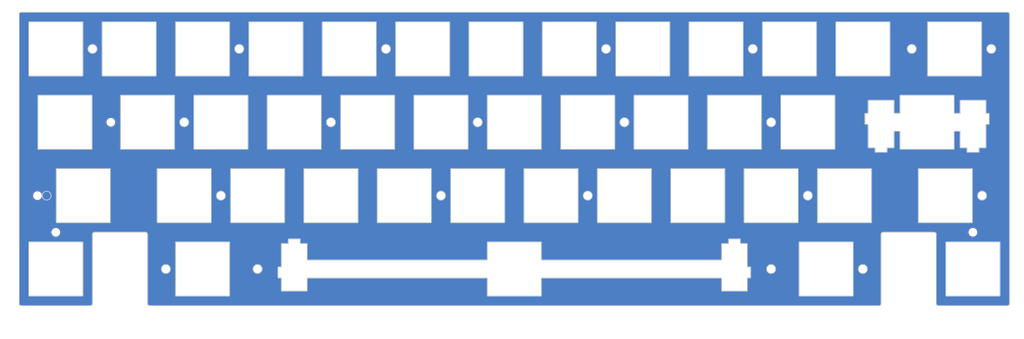
<source format=kicad_pcb>
(kicad_pcb (version 20240108) (generator "pcbnew") (generator_version "8.0")
  (layers (0 "F.Cu" signal) (31 "B.Cu" signal) (34 "B.Paste" user) (35 "F.Paste" user) (36 "B.SilkS" user "B.Silkscreen") (37 "F.SilkS" user "F.Silkscreen") (38 "B.Mask" user) (39 "F.Mask" user) (44 "Edge.Cuts" user))
  (net 0 "")
  (net 1 "GND")
  (gr_line (start 260.206075 50.8821) (end 260.206075 46.1816) (stroke (width 0.2)) (layer "Edge.Cuts"))
  (gr_line (start 246.205075 60.1809) (end 260.206075 60.1809) (stroke (width 0.2)) (layer "Edge.Cuts"))
  (gr_circle (center 55.5625 91.28125) (end 56.7125 91.28125) (stroke (width 0.2)) (fill none) (layer "Edge.Cuts"))
  (gr_line (start 243.537075 41.1309) (end 229.538075 41.1309) (stroke (width 0.2)) (layer "Edge.Cuts"))
  (gr_line (start 33.987275 27.1316) (end 33.987275 41.1309) (stroke (width 0.2)) (layer "Edge.Cuts"))
  (gr_line (start 181.625075 79.2311) (end 167.625075 79.2311) (stroke (width 0.2)) (layer "Edge.Cuts"))
  (gr_line (start 237.106075 50.8821) (end 237.106075 53.681) (stroke (width 0.2)) (layer "Edge.Cuts"))
  (gr_line (start 264.968075 65.2317) (end 264.968075 79.2311) (stroke (width 0.2)) (layer "Edge.Cuts"))
  (gr_line (start 239.743575 59.7849) (end 237.940175 59.7849) (stroke (width 0.2)) (layer "Edge.Cuts"))
  (gr_arc (start 50.3 81.75625) (mid 50.653553 81.902697) (end 50.8 82.25625) (stroke (width 0.2)) (layer "Edge.Cuts"))
  (gr_line (start 199.872675 88.98106) (end 153.049925 88.98053) (stroke (width 0.2)) (layer "Edge.Cuts"))
  (gr_line (start 219.725075 65.2317) (end 219.725075 79.2311) (stroke (width 0.2)) (layer "Edge.Cuts"))
  (gr_line (start 229.250075 60.1809) (end 215.250075 60.1809) (stroke (width 0.2)) (layer "Edge.Cuts"))
  (gr_line (start 258.113075 98.28106) (end 258.113075 84.2816) (stroke (width 0.2)) (layer "Edge.Cuts"))
  (gr_circle (center 169.8625 34.13125) (end 171.0125 34.13125) (stroke (width 0.2)) (fill none) (layer "Edge.Cuts"))
  (gr_line (start 43.800275 60.1809) (end 43.800275 46.1816) (stroke (width 0.2)) (layer "Edge.Cuts"))
  (gr_line (start 181.625075 65.2317) (end 181.625075 79.2311) (stroke (width 0.2)) (layer "Edge.Cuts"))
  (gr_arc (start 241.3 100.30625) (mid 241.153553 100.659803) (end 240.8 100.80625) (stroke (width 0.2)) (layer "Edge.Cuts"))
  (gr_line (start 33.987275 98.28106) (end 19.987725 98.28106) (stroke (width 0.2)) (layer "Edge.Cuts"))
  (gr_arc (start 241.3 82.25625) (mid 241.446447 81.902697) (end 241.8 81.75625) (stroke (width 0.2)) (layer "Edge.Cuts"))
  (gr_line (start 268.470975 59.7849) (end 268.470975 53.6889) (stroke (width 0.2)) (layer "Edge.Cuts"))
  (gr_line (start 72.087075 84.2816) (end 72.087075 98.28106) (stroke (width 0.2)) (layer "Edge.Cuts"))
  (gr_line (start 153.050075 46.1816) (end 153.050075 60.1809) (stroke (width 0.2)) (layer "Edge.Cuts"))
  (gr_line (start 17.4625 100.30625) (end 17.4625 25.10625) (stroke (width 0.2)) (layer "Edge.Cuts"))
  (gr_line (start 244.594975 59.7849) (end 242.791575 59.7849) (stroke (width 0.2)) (layer "Edge.Cuts"))
  (gr_line (start 200.675075 65.2317) (end 200.675075 79.2311) (stroke (width 0.2)) (layer "Edge.Cuts"))
  (gr_line (start 210.200075 46.1816) (end 210.200075 60.1809) (stroke (width 0.2)) (layer "Edge.Cuts"))
  (gr_line (start 19.987725 41.1309) (end 19.987725 27.1316) (stroke (width 0.2)) (layer "Edge.Cuts"))
  (gr_line (start 220.013075 84.2816) (end 234.012075 84.2816) (stroke (width 0.2)) (layer "Edge.Cuts"))
  (gr_line (start 110.187075 27.1316) (end 110.187075 41.1309) (stroke (width 0.2)) (layer "Edge.Cuts"))
  (gr_circle (center 249.2375 34.13125) (end 250.3875 34.13125) (stroke (width 0.2)) (fill none) (layer "Edge.Cuts"))
  (gr_line (start 41.130975 79.2311) (end 27.130105 79.2311) (stroke (width 0.2)) (layer "Edge.Cuts"))
  (gr_line (start 158.100075 60.1809) (end 158.100075 46.1816) (stroke (width 0.2)) (layer "Edge.Cuts"))
  (gr_line (start 186.387075 41.1309) (end 172.388075 41.1309) (stroke (width 0.2)) (layer "Edge.Cuts"))
  (gr_line (start 191.150075 46.1816) (end 191.150075 60.1809) (stroke (width 0.2)) (layer "Edge.Cuts"))
  (gr_line (start 229.538075 27.1316) (end 243.537075 27.1316) (stroke (width 0.2)) (layer "Edge.Cuts"))
  (gr_line (start 50.3 81.75625) (end 37.0125 81.75625) (stroke (width 0.2)) (layer "Edge.Cuts"))
  (gr_line (start 206.527475 84.67706) (end 206.527475 90.77306) (stroke (width 0.2)) (layer "Edge.Cuts"))
  (gr_line (start 242.791575 60.9533) (end 239.743575 60.9533) (stroke (width 0.2)) (layer "Edge.Cuts"))
  (gr_line (start 241.3 82.25625) (end 241.3 100.30625) (stroke (width 0.2)) (layer "Edge.Cuts"))
  (gr_line (start 234.012075 98.28106) (end 220.013075 98.28106) (stroke (width 0.2)) (layer "Edge.Cuts"))
  (gr_line (start 57.799575 46.1816) (end 57.799575 60.1809) (stroke (width 0.2)) (layer "Edge.Cuts"))
  (gr_line (start 200.675075 79.2311) (end 186.675075 79.2311) (stroke (width 0.2)) (layer "Edge.Cuts"))
  (gr_line (start 92.227475 88.98106) (end 92.227475 84.67706) (stroke (width 0.2)) (layer "Edge.Cuts"))
  (gr_line (start 62.850275 46.1816) (end 76.849575 46.1816) (stroke (width 0.2)) (layer "Edge.Cuts"))
  (gr_line (start 105.424575 65.2317) (end 105.424575 79.2311) (stroke (width 0.2)) (layer "Edge.Cuts"))
  (gr_line (start 139.050075 46.1816) (end 153.050075 46.1816) (stroke (width 0.2)) (layer "Edge.Cuts"))
  (gr_line (start 53.325275 79.2311) (end 53.325275 65.2317) (stroke (width 0.2)) (layer "Edge.Cuts"))
  (gr_line (start 201.676075 83.50866) (end 204.724075 83.50866) (stroke (width 0.2)) (layer "Edge.Cuts"))
  (gr_line (start 153.049925 84.28144) (end 139.049925 84.28144) (stroke (width 0.2)) (layer "Edge.Cuts"))
  (gr_line (start 148.575075 79.2311) (end 148.575075 65.2317) (stroke (width 0.2)) (layer "Edge.Cuts"))
  (gr_line (start 204.724075 83.50866) (end 204.724075 84.67706) (stroke (width 0.2)) (layer "Edge.Cuts"))
  (gr_line (start 167.625075 65.2317) (end 181.625075 65.2317) (stroke (width 0.2)) (layer "Edge.Cuts"))
  (gr_line (start 261.816175 47.4913) (end 261.816175 50.8821) (stroke (width 0.2)) (layer "Edge.Cuts"))
  (gr_arc (start 17.9625 100.80625) (mid 17.608947 100.659803) (end 17.4625 100.30625) (stroke (width 0.2)) (layer "Edge.Cuts"))
  (gr_circle (center 60.325 53.18125) (end 61.475 53.18125) (stroke (width 0.2)) (fill none) (layer "Edge.Cuts"))
  (gr_line (start 266.667575 59.7849) (end 268.470975 59.7849) (stroke (width 0.2)) (layer "Edge.Cuts"))
  (gr_line (start 91.425275 79.2311) (end 91.425275 65.2317) (stroke (width 0.2)) (layer "Edge.Cuts"))
  (gr_line (start 172.100075 46.1816) (end 172.100075 60.1809) (stroke (width 0.2)) (layer "Edge.Cuts"))
  (gr_line (start 67.324575 65.2317) (end 67.324575 79.2311) (stroke (width 0.2)) (layer "Edge.Cuts"))
  (gr_line (start 224.775075 79.2311) (end 224.775075 65.2317) (stroke (width 0.2)) (layer "Edge.Cuts"))
  (gr_arc (start 274.6375 100.30625) (mid 274.491053 100.659803) (end 274.1375 100.80625) (stroke (width 0.2)) (layer "Edge.Cuts"))
  (gr_line (start 87.376075 83.50866) (end 87.376075 84.67706) (stroke (width 0.2)) (layer "Edge.Cuts"))
  (gr_line (start 261.816175 50.8821) (end 260.206075 50.8821) (stroke (width 0.2)) (layer "Edge.Cuts"))
  (gr_line (start 81.900275 46.1816) (end 95.899575 46.1816) (stroke (width 0.2)) (layer "Edge.Cuts"))
  (gr_line (start 139.050075 60.1809) (end 139.050075 46.1816) (stroke (width 0.2)) (layer "Edge.Cuts"))
  (gr_circle (center 207.9625 34.13125) (end 209.1125 34.13125) (stroke (width 0.2)) (fill none) (layer "Edge.Cuts"))
  (gr_line (start 266.667575 60.9533) (end 266.667575 59.7849) (stroke (width 0.2)) (layer "Edge.Cuts"))
  (gr_line (start 167.337075 41.1309) (end 153.338075 41.1309) (stroke (width 0.2)) (layer "Edge.Cuts"))
  (gr_line (start 172.388075 41.1309) (end 172.388075 27.1316) (stroke (width 0.2)) (layer "Edge.Cuts"))
  (gr_line (start 246.205075 46.1816) (end 246.205075 50.8821) (stroke (width 0.2)) (layer "Edge.Cuts"))
  (gr_line (start 205.437075 27.1316) (end 205.437075 41.1309) (stroke (width 0.2)) (layer "Edge.Cuts"))
  (gr_arc (start 274.1375 24.60625) (mid 274.491053 24.752697) (end 274.6375 25.10625) (stroke (width 0.2)) (layer "Edge.Cuts"))
  (gr_line (start 92.227475 96.97066) (end 92.227475 93.58106) (stroke (width 0.2)) (layer "Edge.Cuts"))
  (gr_line (start 85.572675 96.97066) (end 92.227475 96.97066) (stroke (width 0.2)) (layer "Edge.Cuts"))
  (gr_line (start 39.037775 27.1316) (end 53.037075 27.1316) (stroke (width 0.2)) (layer "Edge.Cuts"))
  (gr_line (start 186.675075 65.2317) (end 200.675075 65.2317) (stroke (width 0.2)) (layer "Edge.Cuts"))
  (gr_line (start 148.287075 27.1316) (end 148.287075 41.1309) (stroke (width 0.2)) (layer "Edge.Cuts"))
  (gr_line (start 91.137075 27.1316) (end 91.137075 41.1309) (stroke (width 0.2)) (layer "Edge.Cuts"))
  (gr_line (start 53.325275 65.2317) (end 67.324575 65.2317) (stroke (width 0.2)) (layer "Edge.Cuts"))
  (gr_line (start 105.424575 79.2311) (end 91.425275 79.2311) (stroke (width 0.2)) (layer "Edge.Cuts"))
  (gr_line (start 100.950275 60.1809) (end 100.950275 46.1816) (stroke (width 0.2)) (layer "Edge.Cuts"))
  (gr_line (start 268.470975 53.6889) (end 269.334575 53.6889) (stroke (width 0.2)) (layer "Edge.Cuts"))
  (gr_line (start 220.013075 98.28106) (end 220.013075 84.2816) (stroke (width 0.2)) (layer "Edge.Cuts"))
  (gr_line (start 219.725075 79.2311) (end 205.725075 79.2311) (stroke (width 0.2)) (layer "Edge.Cuts"))
  (gr_line (start 96.187775 27.1316) (end 110.187075 27.1316) (stroke (width 0.2)) (layer "Edge.Cuts"))
  (gr_line (start 36.368475 60.1809) (end 22.368985 60.1809) (stroke (width 0.2)) (layer "Edge.Cuts"))
  (gr_line (start 196.200075 60.1809) (end 196.200075 46.1816) (stroke (width 0.2)) (layer "Edge.Cuts"))
  (gr_circle (center 212.725 53.18125) (end 213.875 53.18125) (stroke (width 0.2)) (fill none) (layer "Edge.Cuts"))
  (gr_line (start 134.000075 60.1809) (end 120.000075 60.1809) (stroke (width 0.2)) (layer "Edge.Cuts"))
  (gr_circle (center 127 72.23125) (end 128.15 72.23125) (stroke (width 0.2)) (fill none) (layer "Edge.Cuts"))
  (gr_arc (start 255.0875 81.75625) (mid 255.441053 81.902697) (end 255.5875 82.25625) (stroke (width 0.2)) (layer "Edge.Cuts"))
  (gr_line (start 224.487075 27.1316) (end 224.487075 41.1309) (stroke (width 0.2)) (layer "Edge.Cuts"))
  (gr_line (start 129.237075 27.1316) (end 129.237075 41.1309) (stroke (width 0.2)) (layer "Edge.Cuts"))
  (gr_line (start 153.338075 27.1316) (end 167.337075 27.1316) (stroke (width 0.2)) (layer "Edge.Cuts"))
  (gr_circle (center 165.1 72.23125) (end 166.25 72.23125) (stroke (width 0.2)) (fill none) (layer "Edge.Cuts"))
  (gr_line (start 196.200075 46.1816) (end 210.200075 46.1816) (stroke (width 0.2)) (layer "Edge.Cuts"))
  (gr_line (start 134.000075 46.1816) (end 134.000075 60.1809) (stroke (width 0.2)) (layer "Edge.Cuts"))
  (gr_line (start 115.236375 27.1316) (end 129.237075 27.1316) (stroke (width 0.2)) (layer "Edge.Cuts"))
  (gr_line (start 267.350075 27.1316) (end 267.350075 41.1309) (stroke (width 0.2)) (layer "Edge.Cuts"))
  (gr_circle (center 79.375 91.28125) (end 80.525 91.28125) (stroke (width 0.2)) (fill none) (layer "Edge.Cuts"))
  (gr_line (start 58.087775 98.28106) (end 58.087775 84.2816) (stroke (width 0.2)) (layer "Edge.Cuts"))
  (gr_line (start 253.350075 41.1309) (end 253.350075 27.1316) (stroke (width 0.2)) (layer "Edge.Cuts"))
  (gr_line (start 207.391075 90.77306) (end 207.391075 93.56706) (stroke (width 0.2)) (layer "Edge.Cuts"))
  (gr_line (start 240.8 100.80625) (end 51.3 100.80625) (stroke (width 0.2)) (layer "Edge.Cuts"))
  (gr_line (start 274.1375 100.80625) (end 256.0875 100.80625) (stroke (width 0.2)) (layer "Edge.Cuts"))
  (gr_arc (start 51.3 100.80625) (mid 50.946447 100.659803) (end 50.8 100.30625) (stroke (width 0.2)) (layer "Edge.Cuts"))
  (gr_line (start 205.725075 79.2311) (end 205.725075 65.2317) (stroke (width 0.2)) (layer "Edge.Cuts"))
  (gr_line (start 255.0875 81.75625) (end 241.8 81.75625) (stroke (width 0.2)) (layer "Edge.Cuts"))
  (gr_line (start 76.849575 46.1816) (end 76.849575 60.1809) (stroke (width 0.2)) (layer "Edge.Cuts"))
  (gr_line (start 268.470975 47.4913) (end 261.816175 47.4913) (stroke (width 0.2)) (layer "Edge.Cuts"))
  (gr_line (start 120.000075 46.1816) (end 134.000075 46.1816) (stroke (width 0.2)) (layer "Edge.Cuts"))
  (gr_line (start 36.0125 100.80625) (end 17.9625 100.80625) (stroke (width 0.2)) (layer "Edge.Cuts"))
  (gr_line (start 215.250075 46.1816) (end 229.250075 46.1816) (stroke (width 0.2)) (layer "Edge.Cuts"))
  (gr_circle (center 222.25 72.23125) (end 223.4 72.23125) (stroke (width 0.2)) (fill none) (layer "Edge.Cuts"))
  (gr_line (start 33.987275 84.2816) (end 33.987275 98.28106) (stroke (width 0.2)) (layer "Edge.Cuts"))
  (gr_line (start 229.538075 41.1309) (end 229.538075 27.1316) (stroke (width 0.2)) (layer "Edge.Cuts"))
  (gr_line (start 167.337075 27.1316) (end 167.337075 41.1309) (stroke (width 0.2)) (layer "Edge.Cuts"))
  (gr_line (start 87.376075 84.67706) (end 85.572675 84.67706) (stroke (width 0.2)) (layer "Edge.Cuts"))
  (gr_line (start 139.049925 93.5804) (end 139.049925 98.2809) (stroke (width 0.2)) (layer "Edge.Cuts"))
  (gr_line (start 50.8 100.30625) (end 50.8 82.25625) (stroke (width 0.2)) (layer "Edge.Cuts"))
  (gr_line (start 148.575075 65.2317) (end 162.575075 65.2317) (stroke (width 0.2)) (layer "Edge.Cuts"))
  (gr_line (start 92.227475 84.67706) (end 90.424075 84.67706) (stroke (width 0.2)) (layer "Edge.Cuts"))
  (gr_line (start 77.137775 41.1309) (end 77.137775 27.1316) (stroke (width 0.2)) (layer "Edge.Cuts"))
  (gr_line (start 244.594975 47.4913) (end 244.594975 50.8821) (stroke (width 0.2)) (layer "Edge.Cuts"))
  (gr_line (start 206.527475 96.97066) (end 199.872675 96.97066) (stroke (width 0.2)) (layer "Edge.Cuts"))
  (gr_line (start 261.816175 55.4819) (end 261.816175 59.7849) (stroke (width 0.2)) (layer "Edge.Cuts"))
  (gr_line (start 96.187775 41.1309) (end 96.187775 27.1316) (stroke (width 0.2)) (layer "Edge.Cuts"))
  (gr_line (start 72.087075 98.28106) (end 58.087775 98.28106) (stroke (width 0.2)) (layer "Edge.Cuts"))
  (gr_line (start 162.575075 79.2311) (end 148.575075 79.2311) (stroke (width 0.2)) (layer "Edge.Cuts"))
  (gr_line (start 186.387075 27.1316) (end 186.387075 41.1309) (stroke (width 0.2)) (layer "Edge.Cuts"))
  (gr_line (start 250.969075 65.2317) (end 264.968075 65.2317) (stroke (width 0.2)) (layer "Edge.Cuts"))
  (gr_line (start 92.227475 93.58106) (end 139.049925 93.5804) (stroke (width 0.2)) (layer "Edge.Cuts"))
  (gr_line (start 124.475075 79.2311) (end 110.475275 79.2311) (stroke (width 0.2)) (layer "Edge.Cuts"))
  (gr_line (start 90.424075 84.67706) (end 90.424075 83.50866) (stroke (width 0.2)) (layer "Edge.Cuts"))
  (gr_line (start 85.572675 84.67706) (end 85.572675 90.77306) (stroke (width 0.2)) (layer "Edge.Cuts"))
  (gr_line (start 19.987725 98.28106) (end 19.987725 84.2816) (stroke (width 0.2)) (layer "Edge.Cuts"))
  (gr_line (start 272.112075 98.28106) (end 258.113075 98.28106) (stroke (width 0.2)) (layer "Edge.Cuts"))
  (gr_line (start 224.487075 41.1309) (end 210.488075 41.1309) (stroke (width 0.2)) (layer "Edge.Cuts"))
  (gr_line (start 258.113075 84.2816) (end 272.112075 84.2816) (stroke (width 0.2)) (layer "Edge.Cuts"))
  (gr_line (start 253.350075 27.1316) (end 267.350075 27.1316) (stroke (width 0.2)) (layer "Edge.Cuts"))
  (gr_line (start 242.791575 59.7849) (end 242.791575 60.9533) (stroke (width 0.2)) (layer "Edge.Cuts"))
  (gr_line (start 58.087775 84.2816) (end 72.087075 84.2816) (stroke (width 0.2)) (layer "Edge.Cuts"))
  (gr_circle (center 69.85 72.23125) (end 71 72.23125) (stroke (width 0.2)) (fill none) (layer "Edge.Cuts"))
  (gr_line (start 177.150075 60.1809) (end 177.150075 46.1816) (stroke (width 0.2)) (layer "Edge.Cuts"))
  (gr_line (start 110.475275 79.2311) (end 110.475275 65.2317) (stroke (width 0.2)) (layer "Edge.Cuts"))
  (gr_line (start 162.575075 65.2317) (end 162.575075 79.2311) (stroke (width 0.2)) (layer "Edge.Cuts"))
  (gr_line (start 167.625075 79.2311) (end 167.625075 65.2317) (stroke (width 0.2)) (layer "Edge.Cuts"))
  (gr_line (start 250.969075 79.2311) (end 250.969075 65.2317) (stroke (width 0.2)) (layer "Edge.Cuts"))
  (gr_line (start 129.237075 41.1309) (end 115.236375 41.1309) (stroke (width 0.2)) (layer "Edge.Cuts"))
  (gr_line (start 153.049925 88.98053) (end 153.049925 84.28144) (stroke (width 0.2)) (layer "Edge.Cuts"))
  (gr_line (start 53.037075 27.1316) (end 53.037075 41.1309) (stroke (width 0.2)) (layer "Edge.Cuts"))
  (gr_line (start 43.800275 46.1816) (end 57.799575 46.1816) (stroke (width 0.2)) (layer "Edge.Cuts"))
  (gr_line (start 90.424075 83.50866) (end 87.376075 83.50866) (stroke (width 0.2)) (layer "Edge.Cuts"))
  (gr_line (start 27.130105 79.2311) (end 27.130105 65.2317) (stroke (width 0.2)) (layer "Edge.Cuts"))
  (gr_line (start 206.527475 90.77306) (end 207.391075 90.77306) (stroke (width 0.2)) (layer "Edge.Cuts"))
  (gr_line (start 85.572675 93.56706) (end 85.572675 96.97066) (stroke (width 0.2)) (layer "Edge.Cuts"))
  (gr_line (start 255.5875 100.30625) (end 255.5875 82.25625) (stroke (width 0.2)) (layer "Edge.Cuts"))
  (gr_circle (center 24.60625 72.23125) (end 25.75625 72.23125) (stroke (width 0.2)) (fill none) (layer "Edge.Cuts"))
  (gr_circle (center 74.6125 34.13125) (end 75.7625 34.13125) (stroke (width 0.2)) (fill none) (layer "Edge.Cuts"))
  (gr_line (start 260.206075 60.1809) (end 260.206075 55.4819) (stroke (width 0.2)) (layer "Edge.Cuts"))
  (gr_line (start 72.087075 27.1316) (end 72.087075 41.1309) (stroke (width 0.2)) (layer "Edge.Cuts"))
  (gr_line (start 224.775075 65.2317) (end 238.775075 65.2317) (stroke (width 0.2)) (layer "Edge.Cuts"))
  (gr_line (start 205.437075 41.1309) (end 191.438075 41.1309) (stroke (width 0.2)) (layer "Edge.Cuts"))
  (gr_line (start 238.775075 65.2317) (end 238.775075 79.2311) (stroke (width 0.2)) (layer "Edge.Cuts"))
  (gr_line (start 158.100075 46.1816) (end 172.100075 46.1816) (stroke (width 0.2)) (layer "Edge.Cuts"))
  (gr_circle (center 98.425 53.18125) (end 99.575 53.18125) (stroke (width 0.2)) (fill none) (layer "Edge.Cuts"))
  (gr_line (start 237.940175 59.7849) (end 237.930075 53.681) (stroke (width 0.2)) (layer "Edge.Cuts"))
  (gr_arc (start 256.0875 100.80625) (mid 255.733947 100.659803) (end 255.5875 100.30625) (stroke (width 0.2)) (layer "Edge.Cuts"))
  (gr_line (start 36.5125 82.25625) (end 36.5125 100.30625) (stroke (width 0.2)) (layer "Edge.Cuts"))
  (gr_line (start 139.049925 88.98053) (end 92.227475 88.98106) (stroke (width 0.2)) (layer "Edge.Cuts"))
  (gr_line (start 153.050075 60.1809) (end 139.050075 60.1809) (stroke (width 0.2)) (layer "Edge.Cuts"))
  (gr_line (start 72.375275 65.2317) (end 86.374575 65.2317) (stroke (width 0.2)) (layer "Edge.Cuts"))
  (gr_circle (center 269.875 34.13125) (end 271.025 34.13125) (stroke (width 0.2)) (fill none) (layer "Edge.Cuts"))
  (gr_line (start 172.388075 27.1316) (end 186.387075 27.1316) (stroke (width 0.2)) (layer "Edge.Cuts"))
  (gr_line (start 58.087775 27.1316) (end 72.087075 27.1316) (stroke (width 0.2)) (layer "Edge.Cuts"))
  (gr_line (start 17.9625 24.60625) (end 274.1375 24.60625) (stroke (width 0.2)) (layer "Edge.Cuts"))
  (gr_line (start 272.112075 84.2816) (end 272.112075 98.28106) (stroke (width 0.2)) (layer "Edge.Cuts"))
  (gr_line (start 244.594975 55.4819) (end 246.205075 55.4819) (stroke (width 0.2)) (layer "Edge.Cuts"))
  (gr_circle (center 36.5125 34.13125) (end 37.6625 34.13125) (stroke (width 0.2)) (fill none) (layer "Edge.Cuts"))
  (gr_line (start 177.150075 46.1816) (end 191.150075 46.1816) (stroke (width 0.2)) (layer "Edge.Cuts"))
  (gr_line (start 84.709075 93.56706) (end 85.572675 93.56706) (stroke (width 0.2)) (layer "Edge.Cuts"))
  (gr_line (start 129.525075 65.2317) (end 143.525075 65.2317) (stroke (width 0.2)) (layer "Edge.Cuts"))
  (gr_line (start 72.087075 41.1309) (end 58.087775 41.1309) (stroke (width 0.2)) (layer "Edge.Cuts"))
  (gr_line (start 263.619575 59.7849) (end 263.619575 60.9533) (stroke (width 0.2)) (layer "Edge.Cuts"))
  (gr_circle (center 112.7125 34.13125) (end 113.8625 34.13125) (stroke (width 0.2)) (fill none) (layer "Edge.Cuts"))
  (gr_line (start 91.425275 65.2317) (end 105.424575 65.2317) (stroke (width 0.2)) (layer "Edge.Cuts"))
  (gr_line (start 238.775075 79.2311) (end 224.775075 79.2311) (stroke (width 0.2)) (layer "Edge.Cuts"))
  (gr_line (start 269.334575 53.6889) (end 269.334575 50.8949) (stroke (width 0.2)) (layer "Edge.Cuts"))
  (gr_line (start 260.206075 46.1816) (end 246.205075 46.1816) (stroke (width 0.2)) (layer "Edge.Cuts"))
  (gr_line (start 237.930075 50.8821) (end 237.106075 50.8821) (stroke (width 0.2)) (layer "Edge.Cuts"))
  (gr_line (start 269.334575 50.8949) (end 268.470975 50.8949) (stroke (width 0.2)) (layer "Edge.Cuts"))
  (gr_line (start 234.012075 84.2816) (end 234.012075 98.28106) (stroke (width 0.2)) (layer "Edge.Cuts"))
  (gr_line (start 22.368985 60.1809) (end 22.368985 46.1816) (stroke (width 0.2)) (layer "Edge.Cuts"))
  (gr_line (start 86.374575 79.2311) (end 72.375275 79.2311) (stroke (width 0.2)) (layer "Edge.Cuts"))
  (gr_line (start 237.106075 53.681) (end 237.930075 53.681) (stroke (width 0.2)) (layer "Edge.Cuts"))
  (gr_line (start 153.049925 93.5804) (end 199.872675 93.58106) (stroke (width 0.2)) (layer "Edge.Cuts"))
  (gr_line (start 139.049925 84.28144) (end 139.049925 88.98053) (stroke (width 0.2)) (layer "Edge.Cuts"))
  (gr_line (start 84.709075 90.77306) (end 84.709075 93.56706) (stroke (width 0.2)) (layer "Edge.Cuts"))
  (gr_line (start 199.872675 88.98106) (end 199.872675 84.67706) (stroke (width 0.2)) (layer "Edge.Cuts"))
  (gr_line (start 204.724075 84.67706) (end 206.527475 84.67706) (stroke (width 0.2)) (layer "Edge.Cuts"))
  (gr_line (start 237.940175 47.4913) (end 244.594975 47.4913) (stroke (width 0.2)) (layer "Edge.Cuts"))
  (gr_line (start 191.150075 60.1809) (end 177.150075 60.1809) (stroke (width 0.2)) (layer "Edge.Cuts"))
  (gr_line (start 260.206075 55.4819) (end 261.816175 55.4819) (stroke (width 0.2)) (layer "Edge.Cuts"))
  (gr_line (start 134.286075 41.1309) (end 134.286075 27.1316) (stroke (width 0.2)) (layer "Edge.Cuts"))
  (gr_circle (center 212.725 91.28125) (end 213.875 91.28125) (stroke (width 0.2)) (fill none) (layer "Edge.Cuts"))
  (gr_line (start 95.899575 46.1816) (end 95.899575 60.1809) (stroke (width 0.2)) (layer "Edge.Cuts"))
  (gr_line (start 95.899575 60.1809) (end 81.900275 60.1809) (stroke (width 0.2)) (layer "Edge.Cuts"))
  (gr_circle (center 174.625 53.18125) (end 175.775 53.18125) (stroke (width 0.2)) (fill none) (layer "Edge.Cuts"))
  (gr_line (start 199.872675 96.97066) (end 199.872675 93.58106) (stroke (width 0.2)) (layer "Edge.Cuts"))
  (gr_line (start 264.968075 79.2311) (end 250.969075 79.2311) (stroke (width 0.2)) (layer "Edge.Cuts"))
  (gr_arc (start 17.4625 25.10625) (mid 17.608947 24.752697) (end 17.9625 24.60625) (stroke (width 0.2)) (layer "Edge.Cuts"))
  (gr_line (start 139.049925 98.2809) (end 153.049925 98.2809) (stroke (width 0.2)) (layer "Edge.Cuts"))
  (gr_line (start 246.205075 55.4819) (end 246.205075 60.1809) (stroke (width 0.2)) (layer "Edge.Cuts"))
  (gr_line (start 91.137075 41.1309) (end 77.137775 41.1309) (stroke (width 0.2)) (layer "Edge.Cuts"))
  (gr_line (start 143.525075 79.2311) (end 129.525075 79.2311) (stroke (width 0.2)) (layer "Edge.Cuts"))
  (gr_circle (center 136.525 53.18125) (end 137.675 53.18125) (stroke (width 0.2)) (fill none) (layer "Edge.Cuts"))
  (gr_line (start 210.200075 60.1809) (end 196.200075 60.1809) (stroke (width 0.2)) (layer "Edge.Cuts"))
  (gr_line (start 207.391075 93.56706) (end 206.527475 93.56706) (stroke (width 0.2)) (layer "Edge.Cuts"))
  (gr_circle (center 236.5375 91.28125) (end 237.6875 91.28125) (stroke (width 0.2)) (fill none) (layer "Edge.Cuts"))
  (gr_line (start 39.037775 41.1309) (end 39.037775 27.1316) (stroke (width 0.2)) (layer "Edge.Cuts"))
  (gr_line (start 81.900275 60.1809) (end 81.900275 46.1816) (stroke (width 0.2)) (layer "Edge.Cuts"))
  (gr_line (start 120.000075 60.1809) (end 120.000075 46.1816) (stroke (width 0.2)) (layer "Edge.Cuts"))
  (gr_line (start 114.949575 60.1809) (end 100.950275 60.1809) (stroke (width 0.2)) (layer "Edge.Cuts"))
  (gr_line (start 153.338075 41.1309) (end 153.338075 27.1316) (stroke (width 0.2)) (layer "Edge.Cuts"))
  (gr_line (start 153.049925 98.2809) (end 153.049925 93.5804) (stroke (width 0.2)) (layer "Edge.Cuts"))
  (gr_line (start 124.475075 65.2317) (end 124.475075 79.2311) (stroke (width 0.2)) (layer "Edge.Cuts"))
  (gr_line (start 58.087775 41.1309) (end 58.087775 27.1316) (stroke (width 0.2)) (layer "Edge.Cuts"))
  (gr_line (start 33.987275 41.1309) (end 19.987725 41.1309) (stroke (width 0.2)) (layer "Edge.Cuts"))
  (gr_line (start 86.374575 65.2317) (end 86.374575 79.2311) (stroke (width 0.2)) (layer "Edge.Cuts"))
  (gr_line (start 210.488075 27.1316) (end 224.487075 27.1316) (stroke (width 0.2)) (layer "Edge.Cuts"))
  (gr_line (start 199.872675 84.67706) (end 201.676075 84.67706) (stroke (width 0.2)) (layer "Edge.Cuts"))
  (gr_line (start 267.350075 41.1309) (end 253.350075 41.1309) (stroke (width 0.2)) (layer "Edge.Cuts"))
  (gr_line (start 186.675075 79.2311) (end 186.675075 65.2317) (stroke (width 0.2)) (layer "Edge.Cuts"))
  (gr_line (start 19.987725 27.1316) (end 33.987275 27.1316) (stroke (width 0.2)) (layer "Edge.Cuts"))
  (gr_line (start 19.987725 84.2816) (end 33.987275 84.2816) (stroke (width 0.2)) (layer "Edge.Cuts"))
  (gr_line (start 244.594975 55.4819) (end 244.594975 59.7849) (stroke (width 0.2)) (layer "Edge.Cuts"))
  (gr_line (start 191.438075 27.1316) (end 205.437075 27.1316) (stroke (width 0.2)) (layer "Edge.Cuts"))
  (gr_line (start 191.438075 41.1309) (end 191.438075 27.1316) (stroke (width 0.2)) (layer "Edge.Cuts"))
  (gr_line (start 201.676075 84.67706) (end 201.676075 83.50866) (stroke (width 0.2)) (layer "Edge.Cuts"))
  (gr_line (start 57.799575 60.1809) (end 43.800275 60.1809) (stroke (width 0.2)) (layer "Edge.Cuts"))
  (gr_line (start 27.130105 65.2317) (end 41.130975 65.2317) (stroke (width 0.2)) (layer "Edge.Cuts"))
  (gr_line (start 172.100075 60.1809) (end 158.100075 60.1809) (stroke (width 0.2)) (layer "Edge.Cuts"))
  (gr_line (start 210.488075 41.1309) (end 210.488075 27.1316) (stroke (width 0.2)) (layer "Edge.Cuts"))
  (gr_line (start 129.525075 79.2311) (end 129.525075 65.2317) (stroke (width 0.2)) (layer "Edge.Cuts"))
  (gr_line (start 134.286075 27.1316) (end 148.287075 27.1316) (stroke (width 0.2)) (layer "Edge.Cuts"))
  (gr_line (start 237.940175 47.4913) (end 237.930075 50.8821) (stroke (width 0.2)) (layer "Edge.Cuts"))
  (gr_line (start 215.250075 60.1809) (end 215.250075 46.1816) (stroke (width 0.2)) (layer "Edge.Cuts"))
  (gr_line (start 85.572675 90.77306) (end 84.709075 90.77306) (stroke (width 0.2)) (layer "Edge.Cuts"))
  (gr_line (start 110.187075 41.1309) (end 96.187775 41.1309) (stroke (width 0.2)) (layer "Edge.Cuts"))
  (gr_line (start 77.137775 27.1316) (end 91.137075 27.1316) (stroke (width 0.2)) (layer "Edge.Cuts"))
  (gr_line (start 76.849575 60.1809) (end 62.850275 60.1809) (stroke (width 0.2)) (layer "Edge.Cuts"))
  (gr_line (start 53.037075 41.1309) (end 39.037775 41.1309) (stroke (width 0.2)) (layer "Edge.Cuts"))
  (gr_line (start 206.527475 93.56706) (end 206.527475 96.97066) (stroke (width 0.2)) (layer "Edge.Cuts"))
  (gr_line (start 261.816175 59.7849) (end 263.619575 59.7849) (stroke (width 0.2)) (layer "Edge.Cuts"))
  (gr_arc (start 36.5125 82.25625) (mid 36.658947 81.902697) (end 37.0125 81.75625) (stroke (width 0.2)) (layer "Edge.Cuts"))
  (gr_line (start 67.324575 79.2311) (end 53.325275 79.2311) (stroke (width 0.2)) (layer "Edge.Cuts"))
  (gr_line (start 263.619575 60.9533) (end 266.667575 60.9533) (stroke (width 0.2)) (layer "Edge.Cuts"))
  (gr_line (start 274.6375 25.10625) (end 274.6375 100.30625) (stroke (width 0.2)) (layer "Edge.Cuts"))
  (gr_line (start 243.537075 27.1316) (end 243.537075 41.1309) (stroke (width 0.2)) (layer "Edge.Cuts"))
  (gr_line (start 268.470975 50.8949) (end 268.470975 47.4913) (stroke (width 0.2)) (layer "Edge.Cuts"))
  (gr_line (start 36.368475 46.1816) (end 36.368475 60.1809) (stroke (width 0.2)) (layer "Edge.Cuts"))
  (gr_line (start 62.850275 60.1809) (end 62.850275 46.1816) (stroke (width 0.2)) (layer "Edge.Cuts"))
  (gr_line (start 148.287075 41.1309) (end 134.286075 41.1309) (stroke (width 0.2)) (layer "Edge.Cuts"))
  (gr_line (start 115.236375 41.1309) (end 115.236375 27.1316) (stroke (width 0.2)) (layer "Edge.Cuts"))
  (gr_line (start 110.475275 65.2317) (end 124.475075 65.2317) (stroke (width 0.2)) (layer "Edge.Cuts"))
  (gr_line (start 229.250075 46.1816) (end 229.250075 60.1809) (stroke (width 0.2)) (layer "Edge.Cuts"))
  (gr_line (start 100.950275 46.1816) (end 114.949575 46.1816) (stroke (width 0.2)) (layer "Edge.Cuts"))
  (gr_line (start 41.130975 65.2317) (end 41.130975 79.2311) (stroke (width 0.2)) (layer "Edge.Cuts"))
  (gr_line (start 22.368985 46.1816) (end 36.368475 46.1816) (stroke (width 0.2)) (layer "Edge.Cuts"))
  (gr_line (start 239.743575 60.9533) (end 239.743575 59.7849) (stroke (width 0.2)) (layer "Edge.Cuts"))
  (gr_line (start 246.205075 50.8821) (end 244.594975 50.8821) (stroke (width 0.2)) (layer "Edge.Cuts"))
  (gr_arc (start 36.5125 100.30625) (mid 36.366053 100.659803) (end 36.0125 100.80625) (stroke (width 0.2)) (layer "Edge.Cuts"))
  (gr_circle (center 267.49375 72.23125) (end 268.64375 72.23125) (stroke (width 0.2)) (fill none) (layer "Edge.Cuts"))
  (gr_line (start 72.375275 79.2311) (end 72.375275 65.2317) (stroke (width 0.2)) (layer "Edge.Cuts"))
  (gr_line (start 143.525075 65.2317) (end 143.525075 79.2311) (stroke (width 0.2)) (layer "Edge.Cuts"))
  (gr_line (start 114.949575 46.1816) (end 114.949575 60.1809) (stroke (width 0.2)) (layer "Edge.Cuts"))
  (gr_line (start 205.725075 65.2317) (end 219.725075 65.2317) (stroke (width 0.2)) (layer "Edge.Cuts"))
  (zone (net 1) (net_name "GND") (layers "F&B.Cu") (connect_pads (clearance 0.5)) (min_thickness 0.25) (fill yes (thermal_gap 0.5) (thermal_bridge_width 0.5) (island_removal_mode 1) (island_area_min 10))
    (polygon (pts (xy 12.49375 21.43125) (xy 278.4 21.43125) (xy 278.4 109.5375) (xy 12.49375 108.74375)))
  )
)
</source>
